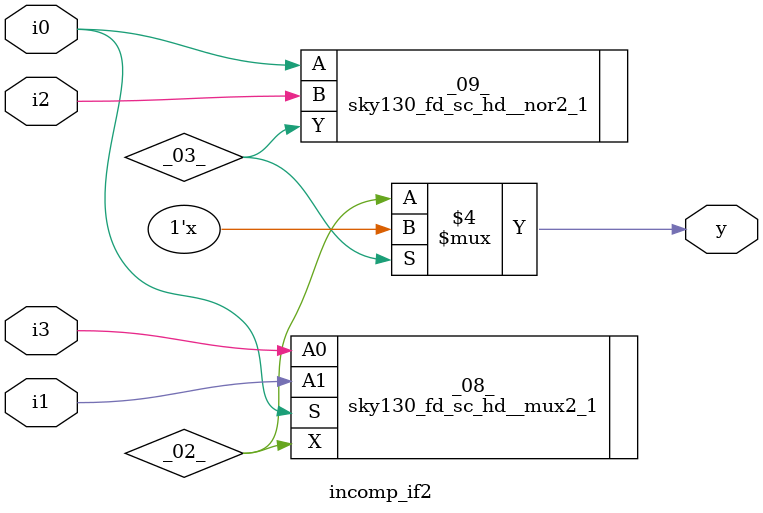
<source format=v>
/* Generated by Yosys 0.47+121 (git sha1 98b4affc4, g++ 13.2.0-23ubuntu4 -fPIC -O3) */

module incomp_if2(i0, i1, i2, i3, y);
  wire _00_;
  wire _01_;
  wire _02_;
  wire _03_;
  wire _04_;
  wire _05_;
  wire _06_;
  wire _07_;
  input i0;
  wire i0;
  input i1;
  wire i1;
  input i2;
  wire i2;
  input i3;
  wire i3;
  output y;
  reg y;
  sky130_fd_sc_hd__mux2_1 _08_ (
    .A0(_07_),
    .A1(_05_),
    .S(_04_),
    .X(_02_)
  );
  sky130_fd_sc_hd__nor2_1 _09_ (
    .A(_04_),
    .B(_06_),
    .Y(_03_)
  );
  always @*
    if (!_01_) y = _00_;
  assign _07_ = i3;
  assign _05_ = i1;
  assign _04_ = i0;
  assign _00_ = _02_;
  assign _06_ = i2;
  assign _01_ = _03_;
endmodule

</source>
